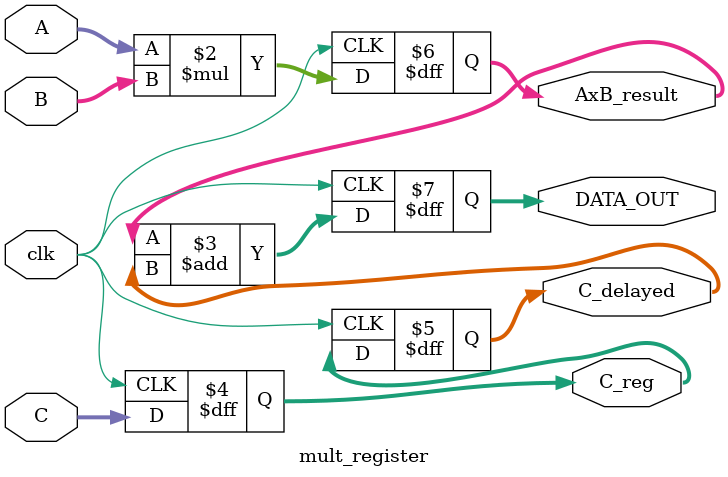
<source format=sv>
module mult_register (
    input logic clk,
    input logic [7:0] A,
    input logic [7:0] B,
    input logic [7:0] C,
    output logic [7:0] C_reg,  		
    output logic [7:0] C_delayed,            
    output logic [15:0] AxB_result,
    output logic [15:0] DATA_OUT
);

     always_ff @(posedge clk) begin
    
        C_reg <= C;            
        AxB_result <= A * B; 
        C_delayed <= C_reg;
        DATA_OUT <= AxB_result + C_delayed;
                
        end

      
endmodule

</source>
